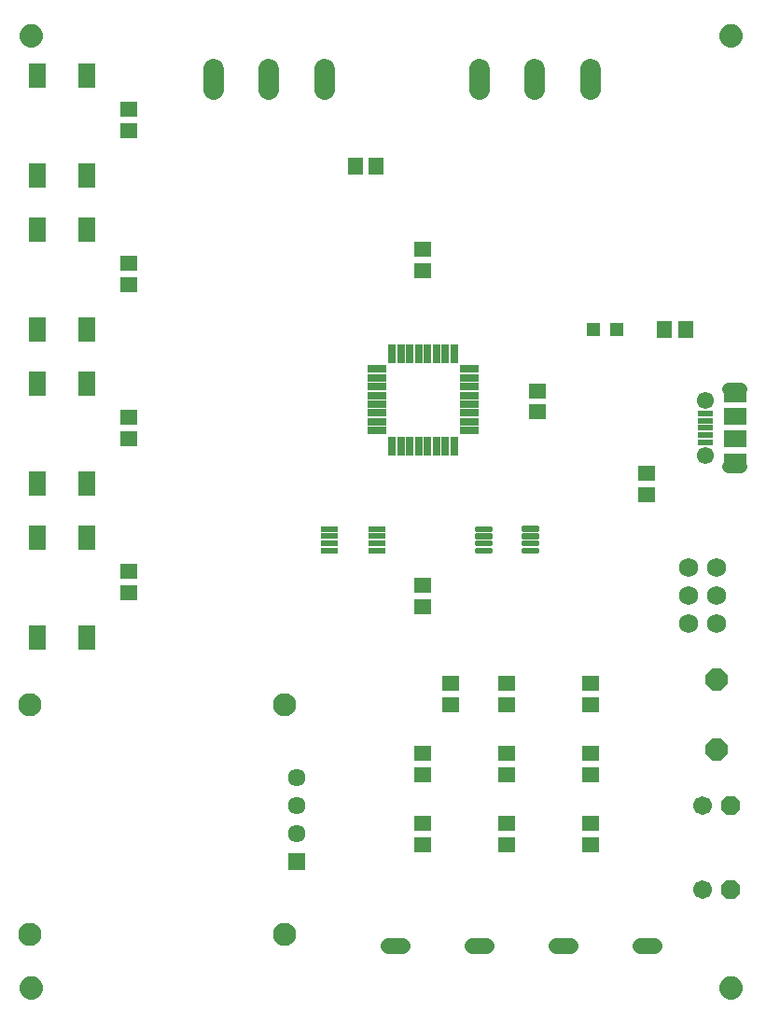
<source format=gts>
G04 EAGLE Gerber RS-274X export*
G75*
%MOMM*%
%FSLAX34Y34*%
%LPD*%
%INSoldermask Top*%
%IPPOS*%
%AMOC8*
5,1,8,0,0,1.08239X$1,22.5*%
G01*
%ADD10R,1.601600X1.401600*%
%ADD11P,1.842011X8X22.500000*%
%ADD12C,1.701800*%
%ADD13C,1.422400*%
%ADD14C,1.727200*%
%ADD15C,1.551600*%
%ADD16R,1.451600X0.501600*%
%ADD17R,2.001600X1.601600*%
%ADD18R,2.001600X1.301600*%
%ADD19C,1.209600*%
%ADD20P,2.199416X8X112.500000*%
%ADD21R,1.301600X1.301600*%
%ADD22C,1.901600*%
%ADD23R,1.401600X1.601600*%
%ADD24R,1.609600X1.609600*%
%ADD25C,1.609600*%
%ADD26C,2.101600*%
%ADD27R,1.701600X0.651600*%
%ADD28R,0.651600X1.701600*%
%ADD29R,1.600200X0.533400*%
%ADD30R,1.498600X2.209800*%
%ADD31C,0.327659*%
%ADD32C,0.322197*%

G36*
X662192Y967420D02*
X662192Y967420D01*
X662235Y967432D01*
X662301Y967439D01*
X663984Y967890D01*
X664025Y967909D01*
X664088Y967928D01*
X665668Y968665D01*
X665705Y968691D01*
X665764Y968720D01*
X667192Y969720D01*
X667223Y969752D01*
X667276Y969791D01*
X668509Y971024D01*
X668534Y971060D01*
X668580Y971108D01*
X669580Y972536D01*
X669598Y972577D01*
X669635Y972632D01*
X670372Y974212D01*
X670383Y974255D01*
X670410Y974316D01*
X670861Y975999D01*
X670863Y976031D01*
X670870Y976052D01*
X670870Y976067D01*
X670880Y976108D01*
X671032Y977845D01*
X671028Y977889D01*
X671032Y977955D01*
X670880Y979692D01*
X670868Y979735D01*
X670861Y979801D01*
X670410Y981484D01*
X670391Y981525D01*
X670372Y981588D01*
X669635Y983168D01*
X669609Y983205D01*
X669580Y983264D01*
X668580Y984692D01*
X668548Y984723D01*
X668509Y984776D01*
X667276Y986009D01*
X667240Y986034D01*
X667192Y986080D01*
X665764Y987080D01*
X665723Y987098D01*
X665668Y987135D01*
X664088Y987872D01*
X664045Y987883D01*
X663984Y987910D01*
X662301Y988361D01*
X662256Y988364D01*
X662192Y988380D01*
X660455Y988532D01*
X660411Y988528D01*
X660345Y988532D01*
X658608Y988380D01*
X658565Y988368D01*
X658499Y988361D01*
X656816Y987910D01*
X656775Y987891D01*
X656712Y987872D01*
X655132Y987135D01*
X655095Y987109D01*
X655036Y987080D01*
X653608Y986080D01*
X653577Y986048D01*
X653524Y986009D01*
X652291Y984776D01*
X652266Y984740D01*
X652220Y984692D01*
X651220Y983264D01*
X651202Y983223D01*
X651165Y983168D01*
X650428Y981588D01*
X650417Y981545D01*
X650390Y981484D01*
X649939Y979801D01*
X649936Y979756D01*
X649920Y979692D01*
X649768Y977955D01*
X649772Y977911D01*
X649768Y977845D01*
X649920Y976108D01*
X649932Y976065D01*
X649936Y976031D01*
X649936Y976015D01*
X649938Y976010D01*
X649939Y975999D01*
X650390Y974316D01*
X650409Y974275D01*
X650428Y974212D01*
X651165Y972632D01*
X651191Y972595D01*
X651220Y972536D01*
X652220Y971108D01*
X652252Y971077D01*
X652291Y971024D01*
X653524Y969791D01*
X653560Y969766D01*
X653608Y969720D01*
X655036Y968720D01*
X655077Y968702D01*
X655132Y968665D01*
X656712Y967928D01*
X656755Y967917D01*
X656816Y967890D01*
X658499Y967439D01*
X658544Y967436D01*
X658608Y967420D01*
X660345Y967268D01*
X660389Y967272D01*
X660455Y967268D01*
X662192Y967420D01*
G37*
G36*
X27192Y967420D02*
X27192Y967420D01*
X27235Y967432D01*
X27301Y967439D01*
X28984Y967890D01*
X29025Y967909D01*
X29088Y967928D01*
X30668Y968665D01*
X30705Y968691D01*
X30764Y968720D01*
X32192Y969720D01*
X32223Y969752D01*
X32276Y969791D01*
X33509Y971024D01*
X33534Y971060D01*
X33580Y971108D01*
X34580Y972536D01*
X34598Y972577D01*
X34635Y972632D01*
X35372Y974212D01*
X35383Y974255D01*
X35410Y974316D01*
X35861Y975999D01*
X35863Y976031D01*
X35870Y976052D01*
X35870Y976067D01*
X35880Y976108D01*
X36032Y977845D01*
X36028Y977889D01*
X36032Y977955D01*
X35880Y979692D01*
X35868Y979735D01*
X35861Y979801D01*
X35410Y981484D01*
X35391Y981525D01*
X35372Y981588D01*
X34635Y983168D01*
X34609Y983205D01*
X34580Y983264D01*
X33580Y984692D01*
X33548Y984723D01*
X33509Y984776D01*
X32276Y986009D01*
X32240Y986034D01*
X32192Y986080D01*
X30764Y987080D01*
X30723Y987098D01*
X30668Y987135D01*
X29088Y987872D01*
X29045Y987883D01*
X28984Y987910D01*
X27301Y988361D01*
X27256Y988364D01*
X27192Y988380D01*
X25455Y988532D01*
X25411Y988528D01*
X25345Y988532D01*
X23608Y988380D01*
X23565Y988368D01*
X23499Y988361D01*
X21816Y987910D01*
X21775Y987891D01*
X21712Y987872D01*
X20132Y987135D01*
X20095Y987109D01*
X20036Y987080D01*
X18608Y986080D01*
X18577Y986048D01*
X18524Y986009D01*
X17291Y984776D01*
X17266Y984740D01*
X17220Y984692D01*
X16220Y983264D01*
X16202Y983223D01*
X16165Y983168D01*
X15428Y981588D01*
X15417Y981545D01*
X15390Y981484D01*
X14939Y979801D01*
X14936Y979756D01*
X14920Y979692D01*
X14768Y977955D01*
X14772Y977911D01*
X14768Y977845D01*
X14920Y976108D01*
X14932Y976065D01*
X14936Y976031D01*
X14936Y976015D01*
X14938Y976010D01*
X14939Y975999D01*
X15390Y974316D01*
X15409Y974275D01*
X15428Y974212D01*
X16165Y972632D01*
X16191Y972595D01*
X16220Y972536D01*
X17220Y971108D01*
X17252Y971077D01*
X17291Y971024D01*
X18524Y969791D01*
X18560Y969766D01*
X18608Y969720D01*
X20036Y968720D01*
X20077Y968702D01*
X20132Y968665D01*
X21712Y967928D01*
X21755Y967917D01*
X21816Y967890D01*
X23499Y967439D01*
X23544Y967436D01*
X23608Y967420D01*
X25345Y967268D01*
X25389Y967272D01*
X25455Y967268D01*
X27192Y967420D01*
G37*
G36*
X662192Y103820D02*
X662192Y103820D01*
X662235Y103832D01*
X662301Y103839D01*
X663984Y104290D01*
X664025Y104309D01*
X664088Y104328D01*
X665668Y105065D01*
X665705Y105091D01*
X665764Y105120D01*
X667192Y106120D01*
X667223Y106152D01*
X667276Y106191D01*
X668509Y107424D01*
X668534Y107460D01*
X668580Y107508D01*
X669580Y108936D01*
X669598Y108977D01*
X669635Y109032D01*
X670372Y110612D01*
X670383Y110655D01*
X670410Y110716D01*
X670861Y112399D01*
X670863Y112431D01*
X670870Y112452D01*
X670870Y112467D01*
X670880Y112508D01*
X671032Y114245D01*
X671028Y114289D01*
X671032Y114355D01*
X670880Y116092D01*
X670868Y116135D01*
X670861Y116201D01*
X670410Y117884D01*
X670391Y117925D01*
X670372Y117988D01*
X669635Y119568D01*
X669609Y119605D01*
X669580Y119664D01*
X668580Y121092D01*
X668548Y121123D01*
X668509Y121176D01*
X667276Y122409D01*
X667240Y122434D01*
X667192Y122480D01*
X665764Y123480D01*
X665723Y123498D01*
X665668Y123535D01*
X664088Y124272D01*
X664045Y124283D01*
X663984Y124310D01*
X662301Y124761D01*
X662256Y124764D01*
X662192Y124780D01*
X660455Y124932D01*
X660411Y124928D01*
X660345Y124932D01*
X658608Y124780D01*
X658565Y124768D01*
X658499Y124761D01*
X656816Y124310D01*
X656775Y124291D01*
X656712Y124272D01*
X655132Y123535D01*
X655095Y123509D01*
X655036Y123480D01*
X653608Y122480D01*
X653577Y122448D01*
X653524Y122409D01*
X652291Y121176D01*
X652266Y121140D01*
X652220Y121092D01*
X651220Y119664D01*
X651202Y119623D01*
X651165Y119568D01*
X650428Y117988D01*
X650417Y117945D01*
X650390Y117884D01*
X649939Y116201D01*
X649936Y116156D01*
X649920Y116092D01*
X649768Y114355D01*
X649772Y114311D01*
X649768Y114245D01*
X649920Y112508D01*
X649932Y112465D01*
X649936Y112431D01*
X649936Y112415D01*
X649938Y112410D01*
X649939Y112399D01*
X650390Y110716D01*
X650409Y110675D01*
X650428Y110612D01*
X651165Y109032D01*
X651191Y108995D01*
X651220Y108936D01*
X652220Y107508D01*
X652252Y107477D01*
X652291Y107424D01*
X653524Y106191D01*
X653560Y106166D01*
X653608Y106120D01*
X655036Y105120D01*
X655077Y105102D01*
X655132Y105065D01*
X656712Y104328D01*
X656755Y104317D01*
X656816Y104290D01*
X658499Y103839D01*
X658544Y103836D01*
X658608Y103820D01*
X660345Y103668D01*
X660389Y103672D01*
X660455Y103668D01*
X662192Y103820D01*
G37*
G36*
X27192Y103820D02*
X27192Y103820D01*
X27235Y103832D01*
X27301Y103839D01*
X28984Y104290D01*
X29025Y104309D01*
X29088Y104328D01*
X30668Y105065D01*
X30705Y105091D01*
X30764Y105120D01*
X32192Y106120D01*
X32223Y106152D01*
X32276Y106191D01*
X33509Y107424D01*
X33534Y107460D01*
X33580Y107508D01*
X34580Y108936D01*
X34598Y108977D01*
X34635Y109032D01*
X35372Y110612D01*
X35383Y110655D01*
X35410Y110716D01*
X35861Y112399D01*
X35863Y112431D01*
X35870Y112452D01*
X35870Y112467D01*
X35880Y112508D01*
X36032Y114245D01*
X36028Y114289D01*
X36032Y114355D01*
X35880Y116092D01*
X35868Y116135D01*
X35861Y116201D01*
X35410Y117884D01*
X35391Y117925D01*
X35372Y117988D01*
X34635Y119568D01*
X34609Y119605D01*
X34580Y119664D01*
X33580Y121092D01*
X33548Y121123D01*
X33509Y121176D01*
X32276Y122409D01*
X32240Y122434D01*
X32192Y122480D01*
X30764Y123480D01*
X30723Y123498D01*
X30668Y123535D01*
X29088Y124272D01*
X29045Y124283D01*
X28984Y124310D01*
X27301Y124761D01*
X27256Y124764D01*
X27192Y124780D01*
X25455Y124932D01*
X25411Y124928D01*
X25345Y124932D01*
X23608Y124780D01*
X23565Y124768D01*
X23499Y124761D01*
X21816Y124310D01*
X21775Y124291D01*
X21712Y124272D01*
X20132Y123535D01*
X20095Y123509D01*
X20036Y123480D01*
X18608Y122480D01*
X18577Y122448D01*
X18524Y122409D01*
X17291Y121176D01*
X17266Y121140D01*
X17220Y121092D01*
X16220Y119664D01*
X16202Y119623D01*
X16165Y119568D01*
X15428Y117988D01*
X15417Y117945D01*
X15390Y117884D01*
X14939Y116201D01*
X14936Y116156D01*
X14920Y116092D01*
X14768Y114355D01*
X14772Y114311D01*
X14768Y114245D01*
X14920Y112508D01*
X14932Y112465D01*
X14936Y112431D01*
X14936Y112415D01*
X14938Y112410D01*
X14939Y112399D01*
X15390Y110716D01*
X15409Y110675D01*
X15428Y110612D01*
X16165Y109032D01*
X16191Y108995D01*
X16220Y108936D01*
X17220Y107508D01*
X17252Y107477D01*
X17291Y107424D01*
X18524Y106191D01*
X18560Y106166D01*
X18608Y106120D01*
X20036Y105120D01*
X20077Y105102D01*
X20132Y105065D01*
X21712Y104328D01*
X21755Y104317D01*
X21816Y104290D01*
X23499Y103839D01*
X23544Y103836D01*
X23608Y103820D01*
X25345Y103668D01*
X25389Y103672D01*
X25455Y103668D01*
X27192Y103820D01*
G37*
D10*
X114300Y771500D03*
X114300Y752500D03*
X584200Y581000D03*
X584200Y562000D03*
D11*
X660400Y203200D03*
D12*
X635000Y203200D03*
D11*
X660400Y279400D03*
D12*
X635000Y279400D03*
D10*
X381000Y479400D03*
X381000Y460400D03*
X114300Y631800D03*
X114300Y612800D03*
X114300Y492100D03*
X114300Y473100D03*
X114300Y911200D03*
X114300Y892200D03*
D13*
X348996Y152400D02*
X362204Y152400D01*
X425196Y152400D02*
X438404Y152400D01*
X501396Y152400D02*
X514604Y152400D01*
X577596Y152400D02*
X590804Y152400D01*
D14*
X647700Y469900D03*
X622300Y469900D03*
X622300Y444500D03*
X647700Y444500D03*
X647700Y495300D03*
X622300Y495300D03*
D15*
X636900Y597300D03*
X636900Y647300D03*
D16*
X636900Y609300D03*
X636900Y615800D03*
X636900Y622300D03*
X636900Y628800D03*
X636900Y635300D03*
D17*
X663900Y612300D03*
X663900Y632300D03*
D18*
X663900Y593300D03*
X663900Y651300D03*
D19*
X669440Y587300D02*
X658360Y587300D01*
X658360Y657300D02*
X669440Y657300D01*
D20*
X647700Y393700D03*
X647700Y330200D03*
D21*
X535600Y711200D03*
X556600Y711200D03*
D22*
X291300Y929300D02*
X291300Y947300D01*
X241300Y947300D02*
X241300Y929300D01*
X191300Y929300D02*
X191300Y947300D01*
D23*
X600100Y711200D03*
X619100Y711200D03*
D10*
X533400Y308000D03*
X533400Y327000D03*
X533400Y244500D03*
X533400Y263500D03*
X406400Y371500D03*
X406400Y390500D03*
X381000Y308000D03*
X381000Y327000D03*
X381000Y244500D03*
X381000Y263500D03*
D22*
X532600Y929300D02*
X532600Y947300D01*
X482600Y947300D02*
X482600Y929300D01*
X432600Y929300D02*
X432600Y947300D01*
D10*
X457200Y371500D03*
X457200Y390500D03*
X457200Y308000D03*
X457200Y327000D03*
X457200Y244500D03*
X457200Y263500D03*
X533400Y371500D03*
X533400Y390500D03*
D24*
X266700Y228600D03*
D25*
X266700Y254000D03*
X266700Y279400D03*
X266700Y304800D03*
D26*
X255270Y162560D03*
X255270Y370840D03*
X24130Y370840D03*
X24130Y162560D03*
D27*
X339200Y675700D03*
X339200Y667700D03*
X339200Y659700D03*
X339200Y651700D03*
X339200Y643700D03*
X339200Y635700D03*
X339200Y627700D03*
X339200Y619700D03*
D28*
X353000Y605900D03*
X361000Y605900D03*
X369000Y605900D03*
X377000Y605900D03*
X385000Y605900D03*
X393000Y605900D03*
X401000Y605900D03*
X409000Y605900D03*
D27*
X422800Y619700D03*
X422800Y627700D03*
X422800Y635700D03*
X422800Y643700D03*
X422800Y651700D03*
X422800Y659700D03*
X422800Y667700D03*
X422800Y675700D03*
D28*
X409000Y689500D03*
X401000Y689500D03*
X393000Y689500D03*
X385000Y689500D03*
X377000Y689500D03*
X369000Y689500D03*
X361000Y689500D03*
X353000Y689500D03*
D29*
X295656Y530352D03*
X295656Y524002D03*
X295656Y517398D03*
X295656Y511048D03*
X339344Y511048D03*
X339344Y517398D03*
X339344Y524002D03*
X339344Y530352D03*
D10*
X485140Y655930D03*
X485140Y636930D03*
D23*
X338430Y859790D03*
X319430Y859790D03*
D10*
X381000Y765200D03*
X381000Y784200D03*
D30*
X76200Y571500D03*
X76200Y662686D03*
X31242Y571500D03*
X31242Y662686D03*
X76200Y850900D03*
X76200Y942086D03*
X31242Y850900D03*
X31242Y942086D03*
X76200Y711200D03*
X76200Y802386D03*
X31242Y711200D03*
X31242Y802386D03*
X76200Y431800D03*
X76200Y522986D03*
X31242Y431800D03*
X31242Y522986D03*
D31*
X429780Y529358D02*
X442520Y529358D01*
X429780Y529358D02*
X429780Y531542D01*
X442520Y531542D01*
X442520Y529358D01*
D32*
X442547Y522831D02*
X429753Y522831D01*
X429753Y525069D01*
X442547Y525069D01*
X442547Y522831D01*
X442547Y516331D02*
X429753Y516331D01*
X429753Y518569D01*
X442547Y518569D01*
X442547Y516331D01*
X442547Y509831D02*
X429753Y509831D01*
X429753Y512069D01*
X442547Y512069D01*
X442547Y509831D01*
X471853Y512069D02*
X484647Y512069D01*
X484647Y509831D01*
X471853Y509831D01*
X471853Y512069D01*
X471853Y518569D02*
X484647Y518569D01*
X484647Y516331D01*
X471853Y516331D01*
X471853Y518569D01*
X471853Y525069D02*
X484647Y525069D01*
X484647Y522831D01*
X471853Y522831D01*
X471853Y525069D01*
X471853Y531569D02*
X484647Y531569D01*
X484647Y529331D01*
X471853Y529331D01*
X471853Y531569D01*
M02*

</source>
